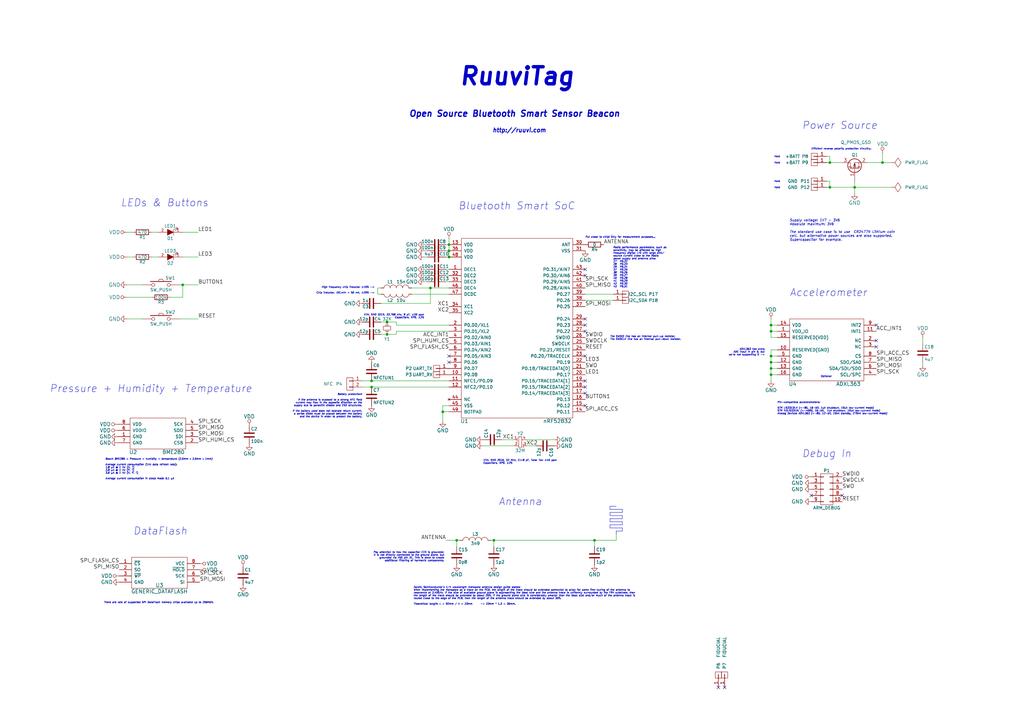
<source format=kicad_sch>
(kicad_sch (version 20230121) (generator eeschema)
  (paper "A3")
  (title_block (title "RuuviTag") (date "2015-11-08") (rev "B1") (company "Ruuvi Innovations Ltd. / Lauri Jämsä / lauri@ruuvi.com") (comment 1 "License: http://creativecommons.org/licenses/by-sa/4.0/"))
  (lib_symbols
    (symbol "4pin_crystal:4PIN_CRYSTAL" (pin_names (offset 1.016))
      (property "Reference" "Y" (at 0 3.81 0))
      (property "Value" "4PIN_CRYSTAL" (at 0 -3.175 0))
      (symbol "4PIN_CRYSTAL_1_1"
        (pin passive line (at -2.54 1.27 0) (length 1.27) (name "~") (number "1"))
        (pin passive line (at -2.54 -1.27 0) (length 1.8034) (name "~") (number "2"))
        (pin passive line (at 2.54 -1.27 180) (length 1.27) (name "~") (number "3"))
        (pin passive line (at 2.54 1.27 180) (length 1.8034) (name "~") (number "4"))
      )
    )
    (symbol "bmxx80:BMXX80" (pin_names (offset 1.016))
      (property "Reference" "U" (at -10.16 -7.62 0))
      (property "Value" "BMXX80" (at 6.35 -7.62 0))
      (symbol "BMXX80_1_1"
        (pin power_in line (at -16.51 -1.27 0) (length 5.08) (name "GND") (number "1"))
        (pin input line (at 16.51 -3.81 180) (length 5.08) (name "CSB") (number "2"))
        (pin bidirectional line (at 16.51 -1.27 180) (length 5.08) (name "SDI") (number "3"))
        (pin input line (at 16.51 3.81 180) (length 5.08) (name "SCK") (number "4"))
        (pin bidirectional line (at 16.51 1.27 180) (length 5.08) (name "SDO") (number "5"))
        (pin power_in line (at -16.51 1.27 0) (length 5.08) (name "VDDIO") (number "6"))
        (pin power_in line (at -16.51 -3.81 0) (length 5.08) (name "GND") (number "7"))
        (pin power_in line (at -16.51 3.81 0) (length 5.08) (name "VDD") (number "8"))
      )
    )
    (symbol "generic_dataflash:GENERIC_DATAFLASH" (pin_names (offset 1.016))
      (property "Reference" "U" (at 0 7.62 0))
      (property "Value" "GENERIC_DATAFLASH" (at 0 -7.62 0))
      (symbol "GENERIC_DATAFLASH_1_1"
        (pin input line (at -16.51 3.81 0) (length 5.08) (name "~{CS}") (number "1"))
        (pin bidirectional line (at -16.51 1.27 0) (length 5.08) (name "SO") (number "2"))
        (pin input line (at -16.51 -1.27 0) (length 5.08) (name "~{WP}") (number "3"))
        (pin power_in line (at -16.51 -3.81 0) (length 5.08) (name "GND") (number "4"))
        (pin bidirectional line (at 16.51 -3.81 180) (length 5.08) (name "SI") (number "5"))
        (pin input line (at 16.51 -1.27 180) (length 5.08) (name "SCK") (number "6"))
        (pin input line (at 16.51 1.27 180) (length 5.08) (name "~{HOLD}") (number "7"))
        (pin power_in line (at 16.51 3.81 180) (length 5.08) (name "VCC") (number "8"))
      )
    )
    (symbol "lis331dlh:LIS331DLH" (pin_names (offset 1.016))
      (property "Reference" "U" (at -13.97 -13.97 0))
      (property "Value" "LIS331DLH" (at 8.89 -13.97 0))
      (symbol "LIS331DLH_1_1"
        (pin power_in line (at -20.32 7.62 0) (length 5.08) (name "VDD_IO") (number "1"))
        (pin passive line (at -20.32 0 0) (length 5.08) (name "RESERVED(GND)") (number "10"))
        (pin passive line (at 20.32 7.62 180) (length 5.08) (name "INT1") (number "11"))
        (pin power_in line (at -20.32 -5.08 0) (length 5.08) (name "GND") (number "12"))
        (pin power_in line (at -20.32 -7.62 0) (length 5.08) (name "GND") (number "13"))
        (pin power_in line (at -20.32 10.16 0) (length 5.08) (name "VDD") (number "14"))
        (pin passive line (at -20.32 5.08 0) (length 5.08) (name "RESERVED(VDD)") (number "15"))
        (pin power_in line (at -20.32 -10.16 0) (length 5.08) (name "GND") (number "16"))
        (pin passive line (at 20.32 3.81 180) (length 5.08) (name "NC") (number "2"))
        (pin passive line (at 20.32 1.27 180) (length 5.08) (name "NC") (number "3"))
        (pin input line (at 20.32 -10.16 180) (length 5.08) (name "SCL/SPC") (number "4"))
        (pin power_in line (at -20.32 -2.54 0) (length 5.08) (name "GND") (number "5"))
        (pin bidirectional line (at 20.32 -7.62 180) (length 5.08) (name "SDA/SDI/SDO") (number "6"))
        (pin bidirectional line (at 20.32 -5.08 180) (length 5.08) (name "SDO/SA0") (number "7"))
        (pin input line (at 20.32 -2.54 180) (length 5.08) (name "CS") (number "8"))
        (pin passive line (at 20.32 10.16 180) (length 5.08) (name "INT2") (number "9"))
      )
    )
    (symbol "nrf52832:nRF52832" (pin_names (offset 1.016))
      (property "Reference" "U" (at -21.59 -39.37 0))
      (property "Value" "nRF52832" (at 16.51 -39.37 0))
      (symbol "nRF52832_1_1"
        (pin passive line (at -27.94 22.86 0) (length 5.08) (name "DEC1") (number "1"))
        (pin bidirectional line (at -27.94 -20.32 0) (length 5.08) (name "P0.08") (number "10"))
        (pin bidirectional line (at -27.94 -22.86 0) (length 5.08) (name "NFC1/P0.09") (number "11"))
        (pin bidirectional line (at -27.94 -25.4 0) (length 5.08) (name "NFC2/P0.10") (number "12"))
        (pin power_in line (at -27.94 33.02 0) (length 5.08) (name "VDD") (number "13"))
        (pin bidirectional line (at 27.94 -35.56 180) (length 5.08) (name "P0.11") (number "14"))
        (pin bidirectional line (at 27.94 -33.02 180) (length 5.08) (name "P0.12") (number "15"))
        (pin bidirectional line (at 27.94 -30.48 180) (length 5.08) (name "P0.13") (number "16"))
        (pin bidirectional line (at 27.94 -27.94 180) (length 5.08) (name "P0.14/TRACEDATA[3]") (number "17"))
        (pin bidirectional line (at 27.94 -25.4 180) (length 5.08) (name "P0.15/TRACEDATA[2]") (number "18"))
        (pin bidirectional line (at 27.94 -22.86 180) (length 5.08) (name "P0.16/TRACEDATA[1]") (number "19"))
        (pin bidirectional line (at -27.94 0 0) (length 5.08) (name "P0.00/XL1") (number "2"))
        (pin bidirectional line (at 27.94 -20.32 180) (length 5.08) (name "P0.17") (number "20"))
        (pin bidirectional line (at 27.94 -17.78 180) (length 5.08) (name "P0.18/TRACEDATA[0]") (number "21"))
        (pin bidirectional line (at 27.94 -15.24 180) (length 5.08) (name "P0.19") (number "22"))
        (pin bidirectional line (at 27.94 -12.7 180) (length 5.08) (name "P0.20/TRACECLK") (number "23"))
        (pin bidirectional line (at 27.94 -10.16 180) (length 5.08) (name "P0.21/RESET") (number "24"))
        (pin input line (at 27.94 -7.62 180) (length 5.08) (name "SWDCLK") (number "25"))
        (pin bidirectional line (at 27.94 -5.08 180) (length 5.08) (name "SWDIO") (number "26"))
        (pin bidirectional line (at 27.94 -2.54 180) (length 5.08) (name "P0.22") (number "27"))
        (pin bidirectional line (at 27.94 0 180) (length 5.08) (name "P0.23") (number "28"))
        (pin bidirectional line (at 27.94 2.54 180) (length 5.08) (name "P0.24") (number "29"))
        (pin bidirectional line (at -27.94 -2.54 0) (length 5.08) (name "P0.01/XL2") (number "3"))
        (pin passive line (at 27.94 33.02 180) (length 5.08) (name "ANT") (number "30"))
        (pin power_in line (at 27.94 30.48 180) (length 5.08) (name "VSS") (number "31"))
        (pin passive line (at -27.94 20.32 0) (length 5.08) (name "DEC2") (number "32"))
        (pin passive line (at -27.94 17.78 0) (length 5.08) (name "DEC3") (number "33"))
        (pin bidirectional line (at -27.94 7.62 0) (length 5.08) (name "XC1") (number "34"))
        (pin bidirectional line (at -27.94 5.08 0) (length 5.08) (name "XC2") (number "35"))
        (pin power_in line (at -27.94 30.48 0) (length 5.08) (name "VDD") (number "36"))
        (pin bidirectional line (at 27.94 7.62 180) (length 5.08) (name "P0.25") (number "37"))
        (pin bidirectional line (at 27.94 10.16 180) (length 5.08) (name "P0.26") (number "38"))
        (pin bidirectional line (at 27.94 12.7 180) (length 5.08) (name "P0.27") (number "39"))
        (pin bidirectional line (at -27.94 -5.08 0) (length 5.08) (name "P0.02/AIN0") (number "4"))
        (pin bidirectional line (at 27.94 15.24 180) (length 5.08) (name "P0.28/AIN4") (number "40"))
        (pin bidirectional line (at 27.94 17.78 180) (length 5.08) (name "P0.29/AIN5") (number "41"))
        (pin bidirectional line (at 27.94 20.32 180) (length 5.08) (name "P0.30/AIN6") (number "42"))
        (pin bidirectional line (at 27.94 22.86 180) (length 5.08) (name "P0.31/AIN7") (number "43"))
        (pin no_connect line (at -27.94 -30.48 0) (length 5.08) (name "NC") (number "44"))
        (pin power_in line (at -27.94 -33.02 0) (length 5.08) (name "VSS") (number "45"))
        (pin passive line (at -27.94 15.24 0) (length 5.08) (name "DEC4") (number "46"))
        (pin passive line (at -27.94 12.7 0) (length 5.08) (name "DCDC") (number "47"))
        (pin power_in line (at -27.94 27.94 0) (length 5.08) (name "VDD") (number "48"))
        (pin passive line (at -27.94 -35.56 0) (length 5.08) (name "BOTPAD") (number "49"))
        (pin bidirectional line (at -27.94 -7.62 0) (length 5.08) (name "P0.03/AIN1") (number "5"))
        (pin bidirectional line (at -27.94 -10.16 0) (length 5.08) (name "P0.04/AIN2") (number "6"))
        (pin bidirectional line (at -27.94 -12.7 0) (length 5.08) (name "P0.05/AIN3") (number "7"))
        (pin bidirectional line (at -27.94 -15.24 0) (length 5.08) (name "P0.06") (number "8"))
        (pin bidirectional line (at -27.94 -17.78 0) (length 5.08) (name "P0.07") (number "9"))
      )
    )
    (symbol "ruuvitag_revb1-rescue:C" (pin_numbers hide) (pin_names (offset 0.254))
      (property "Reference" "C" (at 0.635 2.54 0))
      (property "Value" "C" (at 0.635 -2.54 0))
      (symbol "C_1_1"
        (pin passive line (at 0 3.81 270) (length 2.794) (name "~") (number "1"))
        (pin passive line (at 0 -3.81 90) (length 2.794) (name "~") (number "2"))
      )
    )
    (symbol "ruuvitag_revb1-rescue:CONN_01X01" (pin_names (offset 1.016) hide)
      (property "Reference" "P" (at 0 2.54 0))
      (property "Value" "CONN_01X01" (at 2.54 0 90))
      (symbol "CONN_01X01_1_1"
        (pin passive line (at -5.08 0 0) (length 3.81) (name "P1") (number "1"))
      )
    )
    (symbol "ruuvitag_revb1-rescue:CONN_01X02" (pin_names (offset 1.016) hide)
      (property "Reference" "P" (at 0 3.81 0))
      (property "Value" "CONN_01X02" (at 2.54 0 90))
      (symbol "CONN_01X02_1_1"
        (pin passive line (at -5.08 1.27 0) (length 3.81) (name "P1") (number "1"))
        (pin passive line (at -5.08 -1.27 0) (length 3.81) (name "P2") (number "2"))
      )
    )
    (symbol "ruuvitag_revb1-rescue:CONN_02X05" (pin_names (offset 0.0254) hide)
      (property "Reference" "P" (at 0 7.62 0))
      (property "Value" "CONN_02X05" (at 0 -7.62 0))
      (symbol "CONN_02X05_1_1"
        (pin passive line (at -6.35 5.08 0) (length 3.81) (name "P1") (number "1"))
        (pin passive line (at 6.35 -5.08 180) (length 3.81) (name "P10") (number "10"))
        (pin passive line (at 6.35 5.08 180) (length 3.81) (name "P2") (number "2"))
        (pin passive line (at -6.35 2.54 0) (length 3.81) (name "P3") (number "3"))
        (pin passive line (at 6.35 2.54 180) (length 3.81) (name "P4") (number "4"))
        (pin passive line (at -6.35 0 0) (length 3.81) (name "P5") (number "5"))
        (pin passive line (at 6.35 0 180) (length 3.81) (name "P6") (number "6"))
        (pin passive line (at -6.35 -2.54 0) (length 3.81) (name "P7") (number "7"))
        (pin passive line (at 6.35 -2.54 180) (length 3.81) (name "P8") (number "8"))
        (pin passive line (at -6.35 -5.08 0) (length 3.81) (name "P9") (number "9"))
      )
    )
    (symbol "ruuvitag_revb1-rescue:Crystal_Small" (pin_numbers hide) (pin_names (offset 1.016) hide)
      (property "Reference" "Y" (at 0 2.54 0))
      (property "Value" "Crystal_Small" (at 0 -2.54 0))
      (symbol "Crystal_Small_1_1"
        (pin passive line (at -2.54 0 0) (length 1.27) (name "1") (number "1"))
        (pin passive line (at 2.54 0 180) (length 1.27) (name "2") (number "2"))
      )
    )
    (symbol "ruuvitag_revb1-rescue:GND" (power) (pin_names (offset 0))
      (property "Value" "GND" (at 0 -3.81 0))
      (symbol "GND_1_1"
        (pin power_in line (at 0 0 270) (length 0) hide (name "GND") (number "1"))
      )
    )
    (symbol "ruuvitag_revb1-rescue:INDUCTOR_SMALL" (pin_numbers hide) (pin_names (offset 0) hide)
      (property "Reference" "L" (at 0 2.54 0))
      (property "Value" "INDUCTOR_SMALL" (at 0 -1.27 0))
      (symbol "INDUCTOR_SMALL_1_1"
        (pin input line (at -6.35 0 0) (length 1.27) (name "1") (number "1"))
        (pin input line (at 6.35 0 180) (length 1.27) (name "2") (number "2"))
      )
    )
    (symbol "ruuvitag_revb1-rescue:LED" (pin_names (offset 1.016) hide)
      (property "Reference" "D" (at 0 2.54 0))
      (property "Value" "LED" (at 0 -2.54 0))
      (symbol "LED_1_1"
        (pin passive line (at -5.08 0 0) (length 3.81) (name "K") (number "1"))
        (pin passive line (at 5.08 0 180) (length 3.81) (name "A") (number "2"))
      )
    )
    (symbol "ruuvitag_revb1-rescue:PWR_FLAG" (power) (pin_numbers hide) (pin_names (offset 0) hide)
      (property "Value" "PWR_FLAG" (at 0 4.572 0))
      (symbol "PWR_FLAG_0_0"
        (pin power_out line (at 0 0 90) (length 0) (name "pwr") (number "1"))
      )
    )
    (symbol "ruuvitag_revb1-rescue:Q_PMOS_GSD" (pin_names (offset 0) hide)
      (property "Reference" "Q" (at 7.62 1.27 0))
      (property "Value" "Q_PMOS_GSD" (at 16.51 -1.27 0))
      (symbol "Q_PMOS_GSD_1_1"
        (pin input line (at -5.08 0 0) (length 5.334) (name "G") (number "1"))
        (pin passive line (at 2.54 -5.08 90) (length 2.54) (name "S") (number "2"))
        (pin passive line (at 2.54 5.08 270) (length 2.54) (name "D") (number "3"))
      )
    )
    (symbol "ruuvitag_revb1-rescue:R" (pin_numbers hide) (pin_names (offset 0))
      (property "Reference" "R" (at 2.032 0 90))
      (property "Value" "R" (at 0 0 90))
      (symbol "R_1_1"
        (pin passive line (at 0 3.81 270) (length 1.27) (name "~") (number "1"))
        (pin passive line (at 0 -3.81 90) (length 1.27) (name "~") (number "2"))
      )
    )
    (symbol "ruuvitag_revb1-rescue:SW_PUSH" (pin_numbers hide) (pin_names (offset 1.016) hide)
      (property "Reference" "SW" (at 3.81 2.794 0))
      (property "Value" "SW_PUSH" (at 0 -2.032 0))
      (symbol "SW_PUSH_0_1"
        (pin passive inverted (at -7.62 0 0) (length 5.08) (name "1") (number "1"))
        (pin passive inverted (at 7.62 0 180) (length 5.08) (name "2") (number "2"))
      )
    )
    (symbol "ruuvitag_revb1-rescue:VDD" (power) (pin_names (offset 0))
      (property "Value" "VDD" (at 0 3.81 0))
      (symbol "VDD_1_1"
        (pin power_in line (at 0 0 90) (length 0) hide (name "VDD") (number "1"))
      )
    )
  )
  (junction (at 74.93 116.84))
  (junction (at 316.23 133.35))
  (junction (at 176.53 118.11))
  (junction (at 350.52 76.835))
  (junction (at 158.75 137.16))
  (junction (at 316.23 146.05))
  (junction (at 184.15 102.87))
  (junction (at 243.84 221.615))
  (junction (at 361.95 66.675))
  (junction (at 340.36 66.675))
  (junction (at 316.23 148.59))
  (junction (at 340.36 76.835))
  (junction (at 158.75 132.08))
  (junction (at 152.4 158.75))
  (junction (at 184.15 100.33))
  (junction (at 316.23 153.67))
  (junction (at 316.23 135.89))
  (junction (at 184.15 105.41))
  (junction (at 181.61 168.91))
  (junction (at 187.325 221.615))
  (junction (at 202.565 221.615))
  (junction (at 316.23 151.13))
  (junction (at 152.4 156.21))
  (no_connect (at 240.03 130.81))
  (no_connect (at 240.03 161.29))
  (no_connect (at 240.03 133.35))
  (no_connect (at 184.15 148.59))
  (no_connect (at 240.03 156.21))
  (no_connect (at 240.03 113.03))
  (no_connect (at 240.03 158.75))
  (no_connect (at 332.74 203.2))
  (no_connect (at 240.03 146.05))
  (no_connect (at 359.41 133.35))
  (no_connect (at 297.18 281.94))
  (no_connect (at 359.41 142.24))
  (no_connect (at 294.64 281.94))
  (no_connect (at 359.41 139.7))
  (no_connect (at 184.15 146.05))
  (no_connect (at 240.03 166.37))
  (no_connect (at 240.03 110.49))
  (no_connect (at 345.44 203.2))
  (no_connect (at 240.03 135.89))
  (wire (pts (xy 182.88 115.57) (xy 184.15 115.57)))
  (wire (pts (xy 156.21 118.11) (xy 154.94 118.11)))
  (polyline (pts (xy 255.27 215.265) (xy 255.27 213.995)))
  (wire (pts (xy 73.66 116.84) (xy 74.93 116.84)))
  (wire (pts (xy 62.23 105.41) (xy 64.77 105.41)))
  (wire (pts (xy 81.28 95.25) (xy 74.93 95.25)))
  (wire (pts (xy 355.6 66.675) (xy 361.95 66.675)))
  (wire (pts (xy 251.46 120.65) (xy 240.03 120.65)))
  (wire (pts (xy 181.61 166.37) (xy 181.61 168.91)))
  (polyline (pts (xy 250.19 215.265) (xy 255.27 215.265)))
  (polyline (pts (xy 255.27 217.805) (xy 255.27 216.535)))
  (wire (pts (xy 316.23 146.05) (xy 316.23 148.59)))
  (wire (pts (xy 316.23 138.43) (xy 318.77 138.43)))
  (wire (pts (xy 156.21 132.08) (xy 158.75 132.08)))
  (wire (pts (xy 227.33 180.34) (xy 215.9 180.34)))
  (wire (pts (xy 361.95 62.865) (xy 361.95 66.675)))
  (wire (pts (xy 316.23 151.13) (xy 318.77 151.13)))
  (wire (pts (xy 152.4 158.75) (xy 184.15 158.75)))
  (wire (pts (xy 182.88 221.615) (xy 187.325 221.615)))
  (wire (pts (xy 175.26 105.41) (xy 173.99 105.41)))
  (wire (pts (xy 184.15 100.33) (xy 184.15 102.87)))
  (wire (pts (xy 175.26 113.03) (xy 173.99 113.03)))
  (wire (pts (xy 156.21 137.16) (xy 158.75 137.16)))
  (wire (pts (xy 350.52 74.295) (xy 350.52 76.835)))
  (wire (pts (xy 252.73 221.615) (xy 252.73 219.075)))
  (wire (pts (xy 243.84 224.155) (xy 243.84 221.615)))
  (wire (pts (xy 184.15 97.79) (xy 184.15 100.33)))
  (polyline (pts (xy 250.19 207.645) (xy 252.73 207.645)))
  (wire (pts (xy 182.88 100.33) (xy 184.15 100.33)))
  (wire (pts (xy 182.88 110.49) (xy 184.15 110.49)))
  (wire (pts (xy 154.94 120.65) (xy 156.21 120.65)))
  (wire (pts (xy 316.23 146.05) (xy 318.77 146.05)))
  (wire (pts (xy 52.07 95.25) (xy 54.61 95.25)))
  (wire (pts (xy 74.93 121.92) (xy 69.85 121.92)))
  (wire (pts (xy 340.36 66.675) (xy 345.44 66.675)))
  (polyline (pts (xy 255.27 208.915) (xy 250.19 208.915)))
  (polyline (pts (xy 250.19 212.725) (xy 255.27 212.725)))
  (wire (pts (xy 176.53 124.46) (xy 156.21 124.46)))
  (wire (pts (xy 184.15 166.37) (xy 181.61 166.37)))
  (wire (pts (xy 340.36 64.135) (xy 339.09 64.135)))
  (wire (pts (xy 184.15 102.87) (xy 184.15 105.41)))
  (wire (pts (xy 184.15 105.41) (xy 182.88 105.41)))
  (wire (pts (xy 361.95 66.675) (xy 365.76 66.675)))
  (wire (pts (xy 339.09 76.835) (xy 340.36 76.835)))
  (polyline (pts (xy 255.27 216.535) (xy 250.19 216.535)))
  (wire (pts (xy 316.23 135.89) (xy 316.23 138.43)))
  (wire (pts (xy 74.93 116.84) (xy 81.28 116.84)))
  (wire (pts (xy 316.23 148.59) (xy 318.77 148.59)))
  (polyline (pts (xy 252.73 217.805) (xy 255.27 217.805)))
  (wire (pts (xy 184.15 120.65) (xy 168.91 120.65)))
  (polyline (pts (xy 250.19 216.535) (xy 250.19 215.265)))
  (wire (pts (xy 173.99 115.57) (xy 175.26 115.57)))
  (wire (pts (xy 240.03 123.19) (xy 251.46 123.19)))
  (wire (pts (xy 187.325 221.615) (xy 187.325 224.155)))
  (wire (pts (xy 243.84 221.615) (xy 252.73 221.615)))
  (wire (pts (xy 184.15 113.03) (xy 182.88 113.03)))
  (wire (pts (xy 340.36 76.835) (xy 340.36 74.295)))
  (wire (pts (xy 339.09 66.675) (xy 340.36 66.675)))
  (wire (pts (xy 340.36 66.675) (xy 340.36 64.135)))
  (wire (pts (xy 181.61 168.91) (xy 181.61 172.72)))
  (wire (pts (xy 350.52 76.835) (xy 350.52 79.375)))
  (wire (pts (xy 52.07 121.92) (xy 62.23 121.92)))
  (wire (pts (xy 316.23 143.51) (xy 318.77 143.51)))
  (polyline (pts (xy 255.27 213.995) (xy 250.19 213.995)))
  (wire (pts (xy 152.4 156.21) (xy 184.15 156.21)))
  (wire (pts (xy 181.61 168.91) (xy 184.15 168.91)))
  (wire (pts (xy 168.91 118.11) (xy 176.53 118.11)))
  (wire (pts (xy 158.75 137.16) (xy 162.56 137.16)))
  (wire (pts (xy 316.23 143.51) (xy 316.23 146.05)))
  (wire (pts (xy 340.36 74.295) (xy 339.09 74.295)))
  (wire (pts (xy 219.71 182.88) (xy 215.9 182.88)))
  (wire (pts (xy 52.07 130.81) (xy 58.42 130.81)))
  (polyline (pts (xy 255.27 210.185) (xy 255.27 208.915)))
  (wire (pts (xy 162.56 137.16) (xy 162.56 135.89)))
  (wire (pts (xy 52.07 116.84) (xy 58.42 116.84)))
  (polyline (pts (xy 250.19 213.995) (xy 250.19 212.725)))
  (polyline (pts (xy 252.73 219.075) (xy 252.73 217.805)))
  (wire (pts (xy 184.15 102.87) (xy 182.88 102.87)))
  (wire (pts (xy 173.99 110.49) (xy 175.26 110.49)))
  (wire (pts (xy 316.23 133.35) (xy 316.23 135.89)))
  (wire (pts (xy 202.565 224.155) (xy 202.565 221.615)))
  (wire (pts (xy 378.46 138.43) (xy 378.46 140.97)))
  (wire (pts (xy 316.23 135.89) (xy 318.77 135.89)))
  (wire (pts (xy 316.23 153.67) (xy 318.77 153.67)))
  (wire (pts (xy 175.26 100.33) (xy 173.99 100.33)))
  (wire (pts (xy 201.295 221.615) (xy 202.565 221.615)))
  (wire (pts (xy 162.56 135.89) (xy 184.15 135.89)))
  (wire (pts (xy 202.565 221.615) (xy 243.84 221.615)))
  (wire (pts (xy 187.325 221.615) (xy 188.595 221.615)))
  (wire (pts (xy 73.66 130.81) (xy 81.28 130.81)))
  (wire (pts (xy 340.36 76.835) (xy 350.52 76.835)))
  (polyline (pts (xy 255.27 212.725) (xy 255.27 211.455)))
  (wire (pts (xy 210.82 180.34) (xy 205.74 180.34)))
  (wire (pts (xy 148.59 156.21) (xy 152.4 156.21)))
  (wire (pts (xy 62.23 95.25) (xy 64.77 95.25)))
  (wire (pts (xy 158.75 132.08) (xy 162.56 132.08)))
  (wire (pts (xy 350.52 76.835) (xy 365.76 76.835)))
  (wire (pts (xy 316.23 153.67) (xy 316.23 156.21)))
  (polyline (pts (xy 255.27 211.455) (xy 250.19 211.455)))
  (polyline (pts (xy 250.19 208.915) (xy 250.19 207.645)))
  (wire (pts (xy 162.56 133.35) (xy 184.15 133.35)))
  (wire (pts (xy 316.23 151.13) (xy 316.23 153.67)))
  (wire (pts (xy 176.53 118.11) (xy 184.15 118.11)))
  (wire (pts (xy 148.59 158.75) (xy 152.4 158.75)))
  (wire (pts (xy 74.93 116.84) (xy 74.93 121.92)))
  (wire (pts (xy 316.23 130.81) (xy 316.23 133.35)))
  (wire (pts (xy 316.23 148.59) (xy 316.23 151.13)))
  (wire (pts (xy 52.07 105.41) (xy 54.61 105.41)))
  (polyline (pts (xy 250.19 210.185) (xy 255.27 210.185)))
  (wire (pts (xy 81.28 105.41) (xy 74.93 105.41)))
  (polyline (pts (xy 250.19 211.455) (xy 250.19 210.185)))
  (wire (pts (xy 162.56 132.08) (xy 162.56 133.35)))
  (wire (pts (xy 173.99 102.87) (xy 175.26 102.87)))
  (wire (pts (xy 154.94 118.11) (xy 154.94 120.65)))
  (wire (pts (xy 176.53 118.11) (xy 176.53 124.46)))
  (wire (pts (xy 316.23 133.35) (xy 318.77 133.35)))
  (wire (pts (xy 378.46 149.86) (xy 378.46 148.59)))
  (wire (pts (xy 198.12 182.88) (xy 210.82 182.88)))
  (text "Battery protection!\n\nIf the antenna is exposed to a strong NFC field\ncurrent may flow in the opposite direction on the\nsupply due to parasitic diodes and ESD structures.\n\nIf the battery used does not tolerate return current,\na series diode must be placed between the battery\nand the device in order to protect the battery." (at 148.59 171.45 0) (effects (font (size 0.7112 0.7112) italic) (justify right bottom)))
  (text "High frequency chip inductor ±10% ->\n\nChip inductor, IDC,min = 50 mA, ±20% ->" (at 153.67 120.65 0) (effects (font (size 0.7112 0.7112) italic) (justify right bottom)))
  (text "Optional" (at 336.55 154.94 0) (effects (font (size 0.7112 0.7112) italic) (justify left bottom)))
  (text "Efficient reverse polarity protection circuitry." (at 332.74 61.595 0) (effects (font (size 0.7112 0.7112) italic) (justify left bottom)))
  (text "Hole" (at 320.04 77.47 0) (effects (font (size 0.7112 0.7112) italic) (justify right bottom)))
  (text "Pressure + Humidity + Temperature" (at 20.32 161.29 0) (effects (font (size 2.9972 2.9972) italic) (justify left bottom)))
  (text "Hole" (at 320.04 67.31 0) (effects (font (size 0.7112 0.7112) italic) (justify right bottom)))
  (text "Supply voltage: 1V7 - 3V6\nAbsolute maximum: 3V6\n\nThe standard use case is to use  CR2477N Lithium coin\ncell, but alternative power sources are also supported.\nSupercapacitor for example." (at 323.85 99.06 0) (effects (font (size 0.9906 0.9906) italic) (justify left bottom)))
  (text "Hole" (at 320.04 74.93 0) (effects (font (size 0.7112 0.7112) italic) (justify right bottom)))
  (text "Nordic Semiconductor's 1/4 wavelength monopole antenna design guide states:\nWhen implementing the monopole as a trace on the PCB, the length of the trace should be extended somewhat to allow for some fine-tuning of the antenna to\nresonance at 2.45GHz. If the size of available ground plane is approaching the ideal size and the antenna trace is uniformly surrounded by the FR4 substrate, then\nthe length of the trace should be extended by about 20%. If the ground plane size is considerably smaller than the ideal size and/or much of the antenna trace is\nrouted close to the edge of the PCB, then the length of the antenna trace should be extended by about 30%. \n\nTheoretical length: L = 92mm / 4 = 23mm      -> 23mm * 1.3 = 30mm." (at 169.545 248.285 0) (effects (font (size 0.7112 0.7112) italic) (justify left bottom)))
  (text "Bosch BME280 = Pressure + humidity + temperature (2,5mm x 2.5mm x 1mm)\n\nAverage current consumption (1Hz data refresh rate):\n1.8 μA @ 1 Hz (H, T)\n2.8 μA @ 1 Hz (P, T)\n3.6 μA @ 1 Hz (H, P, T)\n\nAverage current consumption in sleep mode 0.1 μA\n" (at 43.18 196.85 0) (effects (font (size 0.7112 0.7112) italic) (justify left bottom)))
  (text "Power Source" (at 328.93 53.34 0) (effects (font (size 2.9972 2.9972) italic) (justify left bottom)))
  (text "The SWDIO line has an internal pull-up resistor.\nThe SWDCLK line has an internal pull-down resistor." (at 250.19 139.7 0) (effects (font (size 0.7112 0.7112) italic) (justify left bottom)))
  (text "RuuviTag" (at 187.96 35.56 0) (effects (font (size 7.0104 7.0104) (thickness 1.4021) bold italic) (justify left bottom)))
  (text "Bluetooth Smart SoC" (at 187.96 86.36 0) (effects (font (size 2.9972 2.9972) italic) (justify left bottom)))
  (text "LEDs & Buttons" (at 49.53 85.09 0) (effects (font (size 2.9972 2.9972) italic) (justify left bottom)))
  (text "http://ruuvi.com" (at 201.93 54.61 0) (effects (font (size 1.7018 1.7018) (thickness 0.3404) bold italic) (justify left bottom)))
  (text "XTAL SMD 2016, 32 MHz, Cl=8 pF, Total Tol: ±40 ppm\nCapacitors, NP0, ±2%" (at 198.12 190.5 0) (effects (font (size 0.7112 0.7112) italic) (justify left bottom)))
  (text "XTAL SMD 3215, 32.768 kHz, 9 pF, ±20 ppm\nCapacitors, NP0, ±2%" (at 173.99 130.81 0) (effects (font (size 0.7112 0.7112) italic) (justify right bottom)))
  (text "Open Source Bluetooth Smart Sensor Beacon" (at 167.64 48.26 0) (effects (font (size 2.4892 2.4892) (thickness 0.4978) bold italic) (justify left bottom)))
  (text "Hole" (at 320.04 64.77 0) (effects (font (size 0.7112 0.7112) italic) (justify right bottom)))
  (text "DataFlash" (at 54.61 219.71 0) (effects (font (size 2.9972 2.9972) italic) (justify left bottom)))
  (text "Antenna" (at 204.47 207.645 0) (effects (font (size 2.9972 2.9972) italic) (justify left bottom)))
  (text "Put close to chip! Only for measurement purposes..." (at 240.03 97.79 0) (effects (font (size 0.7112 0.7112) italic) (justify left bottom)))
  (text "There are lots of supported SPI DataFlash memory chips available up to 256Mbit." (at 42.545 247.65 0) (effects (font (size 0.7112 0.7112) italic) (justify left bottom)))
  (text "Pin-compatible accelerometers:\n\nSTM LIS331DLH (+-8G, 16-bit, 1uA shutdown, 10uA low-current mode)\nSTM H3LIS331DL (+-400G, 16-bit,  1uA shutdown, 10uA low-current mode)\nAnalog Devices ADXL363 (+-8G, 12-bit, 10nA standby, 270nA low-current mode)" (at 318.77 170.18 0) (effects (font (size 0.7112 0.7112) italic) (justify left bottom)))
  (text "Accelerometer" (at 323.85 121.92 0) (effects (font (size 2.9972 2.9972) italic) (justify left bottom)))
  (text "Pay attention to how the capacitor C15 is grounded.\nIt is not directly connected to the ground plane, but\ngrounded via VSS pin 31. This is done to create\nadditional filtering of harmonic components." (at 182.245 230.505 0) (effects (font (size 0.7112 0.7112) italic) (justify right bottom)))
  (text "Radio performance parameters, such as\nsensitivity, may be affected by high\nfrequency digital I/O with large sink/\nsource current close to the Radio\npower supply and antenna pins:\n27	P0.22\n28	P0.23\n29	P0.24\n37	P0.25\n38	P0.26\n39	P0.27\n40	P0.28\n41	P0.29\n42	P0.30\n43	P0.31" (at 251.46 118.11 0) (effects (font (size 0.7112 0.7112) italic) (justify left bottom)))
  (text "ADXL363 has extra\nADC input in pin 5, but\nwe're not supporting it ->" (at 313.69 146.05 0) (effects (font (size 0.7112 0.7112) italic) (justify right bottom)))
  (text "Debug In" (at 328.93 187.96 0) (effects (font (size 2.9972 2.9972) italic) (justify left bottom)))
  (label "ACC_INT1" (at 359.41 135.89 0) (effects (font (size 1.524 1.524))))
  (label "SPI_MISO" (at 240.03 118.11 0) (effects (font (size 1.524 1.524))))
  (label "SPI_HUMI_CS" (at 81.28 181.61 0) (effects (font (size 1.524 1.524))))
  (label "BUTTON1" (at 81.28 116.84 0) (effects (font (size 1.524 1.524))))
  (label "SPI_MOSI" (at 81.28 179.07 0) (effects (font (size 1.524 1.524))))
  (label "RESET" (at 345.44 205.74 0) (effects (font (size 1.524 1.524))))
  (label "SPI_SCK" (at 359.41 153.67 0) (effects (font (size 1.524 1.524))))
  (label "SPI_MISO" (at 359.41 148.59 0) (effects (font (size 1.524 1.524))))
  (label "SPI_MISO" (at 81.28 176.53 0) (effects (font (size 1.524 1.524))))
  (label "ANTENNA" (at 247.65 100.33 0) (effects (font (size 1.524 1.524))))
  (label "LED3" (at 240.03 148.59 0) (effects (font (size 1.524 1.524))))
  (label "SWO" (at 240.03 151.13 0) (effects (font (size 1.524 1.524))))
  (label "LED1" (at 81.28 95.25 0) (effects (font (size 1.524 1.524))))
  (label "ANTENNA" (at 182.88 221.615 180) (effects (font (size 1.524 1.524))))
  (label "RESET" (at 240.03 143.51 0) (effects (font (size 1.524 1.524))))
  (label "SPI_SCK" (at 81.28 173.99 0) (effects (font (size 1.524 1.524))))
  (label "SPI_SCK" (at 81.915 236.22 0) (effects (font (size 1.524 1.524))))
  (label "SPI_MOSI" (at 81.915 238.76 0) (effects (font (size 1.524 1.524))))
  (label "SPI_HUMI_CS" (at 184.15 140.97 180) (effects (font (size 1.524 1.524))))
  (label "SPI_FLASH_CS" (at 184.15 143.51 180) (effects (font (size 1.524 1.524))))
  (label "XC1" (at 210.82 180.34 180) (effects (font (size 1.524 1.524))))
  (label "XC2" (at 215.9 182.88 0) (effects (font (size 1.524 1.524))))
  (label "SPI_MISO" (at 48.895 233.68 180) (effects (font (size 1.524 1.524))))
  (label "XC1" (at 184.15 125.73 180) (effects (font (size 1.524 1.524))))
  (label "XC2" (at 184.15 128.27 180) (effects (font (size 1.524 1.524))))
  (label "LED1" (at 240.03 153.67 0) (effects (font (size 1.524 1.524))))
  (label "SWDCLK" (at 240.03 140.97 0) (effects (font (size 1.524 1.524))))
  (label "LED3" (at 81.28 105.41 0) (effects (font (size 1.524 1.524))))
  (label "SWO" (at 345.44 200.66 0) (effects (font (size 1.524 1.524))))
  (label "SPI_MOSI" (at 359.41 151.13 0) (effects (font (size 1.524 1.524))))
  (label "SPI_SCK" (at 240.03 115.57 0) (effects (font (size 1.524 1.524))))
  (label "SWDCLK" (at 345.44 198.12 0) (effects (font (size 1.524 1.524))))
  (label "ACC_INT1" (at 184.15 138.43 180) (effects (font (size 1.524 1.524))))
  (label "SPI_MOSI" (at 240.03 125.73 0) (effects (font (size 1.524 1.524))))
  (label "SPI_ACC_CS" (at 359.41 146.05 0) (effects (font (size 1.524 1.524))))
  (label "SPI_ACC_CS" (at 240.03 168.91 0) (effects (font (size 1.524 1.524))))
  (label "SWDIO" (at 345.44 195.58 0) (effects (font (size 1.524 1.524))))
  (label "SWDIO" (at 240.03 138.43 0) (effects (font (size 1.524 1.524))))
  (label "SPI_FLASH_CS" (at 48.895 231.14 180) (effects (font (size 1.524 1.524))))
  (label "BUTTON1" (at 240.03 163.83 0) (effects (font (size 1.524 1.524))))
  (label "RESET" (at 81.28 130.81 0) (effects (font (size 1.524 1.524))))
  (symbol (lib_id "ruuvitag_revb1-rescue:INDUCTOR_SMALL") (at 162.56 120.65 180) (unit 1)
    (property "Reference" "L2" (at 160.02 123.19 0))
    (property "Value" "10u" (at 164.465 123.19 0))
    (property "Footprint" "RuuviTag:0603_GENERAL" (effects hide))
  )
  (symbol (lib_id "ruuvitag_revb1-rescue:INDUCTOR_SMALL") (at 194.945 221.615 0) (unit 1)
    (property "Reference" "L3" (at 194.945 219.075 0))
    (property "Value" "3n9" (at 194.945 222.885 0))
    (property "Footprint" "RuuviTag:0402_GENERAL" (effects hide))
  )
  (symbol (lib_id "generic_dataflash:GENERIC_DATAFLASH") (at 65.405 234.95 0) (unit 1)
    (property "Reference" "U3" (at 65.405 240.03 0) (effects (font (size 1.524 1.524))))
    (property "Value" "GENERIC_DATAFLASH" (at 65.405 242.57 0) (effects (font (size 1.524 1.524))))
    (property "Footprint" "Housings_SOIC:SOIJ-8_5.3x5.3mm_Pitch1.27mm" (effects hide))
  )
  (symbol (lib_id "ruuvitag_revb1-rescue:GND") (at 48.895 238.76 270) (unit 1)
    (property "Reference" "#PWR01" (effects hide))
    (property "Value" "GND" (at 43.815 238.76 90) (effects (font (size 1.524 1.524))))
  )
  (symbol (lib_id "ruuvitag_revb1-rescue:C") (at 99.695 236.22 0) (unit 1)
    (property "Reference" "C1" (at 100.33 233.68 0) (effects (justify left)))
    (property "Value" "4u7" (at 100.33 238.76 0) (effects (justify left)))
    (property "Footprint" "RuuviTag:0603_GENERAL" (effects hide))
  )
  (symbol (lib_id "ruuvitag_revb1-rescue:GND") (at 99.695 240.03 0) (unit 1)
    (property "Reference" "#PWR02" (effects hide))
    (property "Value" "GND" (at 99.695 243.84 0) (effects (font (size 1.524 1.524))))
  )
  (symbol (lib_id "ruuvitag_revb1-rescue:LED") (at 69.85 95.25 180) (unit 1)
    (property "Reference" "D1" (at 69.85 97.79 0))
    (property "Value" "LED1" (at 69.85 92.71 0))
    (property "Footprint" "RuuviTag:0402_LED" (effects hide))
  )
  (symbol (lib_id "ruuvitag_revb1-rescue:R") (at 58.42 95.25 270) (unit 1)
    (property "Reference" "R1" (at 58.42 97.282 90))
    (property "Value" "470" (at 58.42 95.25 90))
    (property "Footprint" "RuuviTag:0402_GENERAL" (effects hide))
  )
  (symbol (lib_id "ruuvitag_revb1-rescue:C") (at 378.46 144.78 0) (unit 1)
    (property "Reference" "C18" (at 379.095 142.24 0) (effects (justify left)))
    (property "Value" "4u7" (at 379.095 147.32 0) (effects (justify left)))
    (property "Footprint" "RuuviTag:0603_GENERAL" (effects hide))
  )
  (symbol (lib_id "ruuvitag_revb1-rescue:GND") (at 378.46 149.86 0) (unit 1)
    (property "Reference" "#PWR03" (effects hide))
    (property "Value" "GND" (at 378.46 153.67 0) (effects (font (size 1.524 1.524))))
  )
  (symbol (lib_id "ruuvitag_revb1-rescue:VDD") (at 378.46 138.43 0) (unit 1)
    (property "Reference" "#PWR04" (effects hide))
    (property "Value" "VDD" (at 378.46 134.62 0) (effects (font (size 1.524 1.524))))
  )
  (symbol (lib_id "ruuvitag_revb1-rescue:VDD") (at 48.895 236.22 90) (unit 1)
    (property "Reference" "#PWR05" (effects hide))
    (property "Value" "VDD" (at 43.815 236.22 90) (effects (font (size 1.524 1.524))))
  )
  (symbol (lib_id "ruuvitag_revb1-rescue:VDD") (at 99.695 232.41 0) (unit 1)
    (property "Reference" "#PWR06" (effects hide))
    (property "Value" "VDD" (at 99.695 228.6 0) (effects (font (size 1.524 1.524))))
  )
  (symbol (lib_id "lis331dlh:LIS331DLH") (at 339.09 143.51 0) (unit 1)
    (property "Reference" "U4" (at 325.12 157.48 0) (effects (font (size 1.524 1.524))))
    (property "Value" "ADXL363" (at 347.98 157.48 0) (effects (font (size 1.524 1.524))))
    (property "Footprint" "RuuviTag:LGA16_3X3MM" (effects hide))
  )
  (symbol (lib_id "ruuvitag_revb1-rescue:VDD") (at 316.23 130.81 0) (unit 1)
    (property "Reference" "#PWR07" (effects hide))
    (property "Value" "VDD" (at 316.23 127 0) (effects (font (size 1.524 1.524))))
  )
  (symbol (lib_id "ruuvitag_revb1-rescue:GND") (at 316.23 156.21 0) (unit 1)
    (property "Reference" "#PWR08" (effects hide))
    (property "Value" "GND" (at 316.23 160.02 0) (effects (font (size 1.524 1.524))))
  )
  (symbol (lib_id "ruuvitag_revb1-rescue:CONN_01X01") (at 334.01 66.675 180) (unit 1)
    (property "Reference" "P9" (at 330.2 66.675 0))
    (property "Value" "+BATT" (at 325.12 66.675 0))
    (property "Footprint" "RuuviTag:09MM_PLATED_HOLE" (effects hide))
  )
  (symbol (lib_id "ruuvitag_revb1-rescue:CONN_01X01") (at 334.01 76.835 180) (unit 1)
    (property "Reference" "P12" (at 330.2 76.835 0))
    (property "Value" "GND" (at 325.12 76.835 0))
    (property "Footprint" "RuuviTag:09MM_PLATED_HOLE" (effects hide))
  )
  (symbol (lib_id "ruuvitag_revb1-rescue:VDD") (at 361.95 62.865 0) (unit 1)
    (property "Reference" "#PWR09" (effects hide))
    (property "Value" "VDD" (at 361.95 59.055 0) (effects (font (size 1.524 1.524))))
  )
  (symbol (lib_id "ruuvitag_revb1-rescue:CONN_01X01") (at 334.01 64.135 180) (unit 1)
    (property "Reference" "P8" (at 330.2 64.135 0))
    (property "Value" "+BATT" (at 325.12 64.135 0))
    (property "Footprint" "RuuviTag:09MM_PLATED_HOLE" (effects hide))
  )
  (symbol (lib_id "ruuvitag_revb1-rescue:CONN_01X01") (at 334.01 74.295 180) (unit 1)
    (property "Reference" "P11" (at 330.2 74.295 0))
    (property "Value" "GND" (at 325.12 74.295 0))
    (property "Footprint" "RuuviTag:09MM_PLATED_HOLE" (effects hide))
  )
  (symbol (lib_id "4pin_crystal:4PIN_CRYSTAL") (at 213.36 181.61 0) (unit 1)
    (property "Reference" "Y2" (at 213.36 177.8 0))
    (property "Value" "32M" (at 213.36 184.785 0))
    (property "Footprint" "RuuviTag:32X25MM_4PIN_CRYSTAL" (effects hide))
  )
  (symbol (lib_id "ruuvitag_revb1-rescue:C") (at 187.325 227.965 0) (unit 1)
    (property "Reference" "C15" (at 187.96 225.425 0) (effects (justify left)))
    (property "Value" "0p8" (at 187.96 230.505 0) (effects (justify left)))
    (property "Footprint" "RuuviTag:0402_GENERAL" (effects hide))
  )
  (symbol (lib_id "ruuvitag_revb1-rescue:CONN_01X01") (at 294.64 276.86 90) (unit 1)
    (property "Reference" "P6" (at 294.64 273.05 0))
    (property "Value" "FIDUCIAL" (at 294.64 265.43 0))
    (property "Footprint" "RuuviTag:FIDUCIAL_1MM" (effects hide))
  )
  (symbol (lib_id "ruuvitag_revb1-rescue:CONN_01X01") (at 297.18 276.86 90) (unit 1)
    (property "Reference" "P7" (at 297.18 273.05 0))
    (property "Value" "FIDUCIAL" (at 297.18 265.43 0))
    (property "Footprint" "RuuviTag:FIDUCIAL_1MM" (effects hide))
  )
  (symbol (lib_id "nrf52832:nRF52832") (at 212.09 133.35 0) (unit 1)
    (property "Reference" "U1" (at 190.5 172.72 0) (effects (font (size 1.524 1.524))))
    (property "Value" "nRF52832" (at 228.6 172.72 0) (effects (font (size 1.524 1.524))))
    (property "Footprint" "RuuviTag:QFN-48_6X6MM_BOTPAD" (effects hide))
  )
  (symbol (lib_id "ruuvitag_revb1-rescue:Crystal_Small") (at 158.75 134.62 270) (unit 1)
    (property "Reference" "Y1" (at 158.75 139.065 90))
    (property "Value" "32K" (at 158.75 130.81 90))
    (property "Footprint" "RuuviTag:32X15MM_2PIN_CRYSTAL" (effects hide))
  )
  (symbol (lib_id "ruuvitag_revb1-rescue:GND") (at 181.61 172.72 0) (unit 1)
    (property "Reference" "#PWR010" (effects hide))
    (property "Value" "GND" (at 181.61 176.53 0) (effects (font (size 1.524 1.524))))
  )
  (symbol (lib_id "ruuvitag_revb1-rescue:VDD") (at 184.15 97.79 0) (unit 1)
    (property "Reference" "#PWR011" (effects hide))
    (property "Value" "VDD" (at 184.15 93.98 0) (effects (font (size 1.524 1.524))))
  )
  (symbol (lib_id "ruuvitag_revb1-rescue:C") (at 179.07 110.49 90) (unit 1)
    (property "Reference" "C11" (at 184.15 109.22 90) (effects (justify left)))
    (property "Value" "100n" (at 177.8 109.22 90) (effects (justify left)))
    (property "Footprint" "RuuviTag:0402_GENERAL" (effects hide))
  )
  (symbol (lib_id "ruuvitag_revb1-rescue:GND") (at 173.99 110.49 270) (unit 1)
    (property "Reference" "#PWR012" (effects hide))
    (property "Value" "GND" (at 168.91 110.49 90) (effects (font (size 1.524 1.524))))
  )
  (symbol (lib_id "ruuvitag_revb1-rescue:C") (at 179.07 113.03 90) (unit 1)
    (property "Reference" "C12" (at 184.15 111.76 90) (effects (justify left)))
    (property "Value" "100p" (at 177.8 111.76 90) (effects (justify left)))
    (property "Footprint" "RuuviTag:0402_GENERAL" (effects hide))
  )
  (symbol (lib_id "ruuvitag_revb1-rescue:C") (at 179.07 115.57 90) (unit 1)
    (property "Reference" "C13" (at 184.15 114.3 90) (effects (justify left)))
    (property "Value" "100p" (at 177.8 114.3 90) (effects (justify left)))
    (property "Footprint" "RuuviTag:0402_GENERAL" (effects hide))
  )
  (symbol (lib_id "ruuvitag_revb1-rescue:C") (at 152.4 124.46 270) (unit 1)
    (property "Reference" "C3" (at 148.59 125.73 90) (effects (justify left)))
    (property "Value" "1u" (at 148.59 123.19 90) (effects (justify left)))
    (property "Footprint" "RuuviTag:0402_GENERAL" (effects hide))
  )
  (symbol (lib_id "ruuvitag_revb1-rescue:C") (at 179.07 100.33 90) (unit 1)
    (property "Reference" "C8" (at 182.88 99.06 90) (effects (justify left)))
    (property "Value" "100n" (at 177.8 99.06 90) (effects (justify left)))
    (property "Footprint" "RuuviTag:0402_GENERAL" (effects hide))
  )
  (symbol (lib_id "ruuvitag_revb1-rescue:C") (at 179.07 102.87 90) (unit 1)
    (property "Reference" "C9" (at 182.88 101.6 90) (effects (justify left)))
    (property "Value" "100n" (at 177.8 101.6 90) (effects (justify left)))
    (property "Footprint" "RuuviTag:0402_GENERAL" (effects hide))
  )
  (symbol (lib_id "ruuvitag_revb1-rescue:C") (at 179.07 105.41 90) (unit 1)
    (property "Reference" "C10" (at 184.15 104.14 90) (effects (justify left)))
    (property "Value" "4u7" (at 177.8 104.14 90) (effects (justify left)))
    (property "Footprint" "RuuviTag:0603_GENERAL" (effects hide))
  )
  (symbol (lib_id "ruuvitag_revb1-rescue:GND") (at 173.99 113.03 270) (unit 1)
    (property "Reference" "#PWR013" (effects hide))
    (property "Value" "GND" (at 168.91 113.03 90) (effects (font (size 1.524 1.524))))
  )
  (symbol (lib_id "ruuvitag_revb1-rescue:GND") (at 173.99 115.57 270) (unit 1)
    (property "Reference" "#PWR014" (effects hide))
    (property "Value" "GND" (at 168.91 115.57 90) (effects (font (size 1.524 1.524))))
  )
  (symbol (lib_id "ruuvitag_revb1-rescue:INDUCTOR_SMALL") (at 162.56 118.11 0) (unit 1)
    (property "Reference" "L1" (at 160.02 115.57 0))
    (property "Value" "15n" (at 164.465 115.57 0))
    (property "Footprint" "RuuviTag:0402_GENERAL" (effects hide))
  )
  (symbol (lib_id "ruuvitag_revb1-rescue:GND") (at 148.59 124.46 270) (unit 1)
    (property "Reference" "#PWR015" (effects hide))
    (property "Value" "GND" (at 143.51 124.46 90) (effects (font (size 1.524 1.524))))
  )
  (symbol (lib_id "ruuvitag_revb1-rescue:GND") (at 173.99 100.33 270) (unit 1)
    (property "Reference" "#PWR016" (effects hide))
    (property "Value" "GND" (at 168.91 100.33 90) (effects (font (size 1.524 1.524))))
  )
  (symbol (lib_id "ruuvitag_revb1-rescue:GND") (at 173.99 102.87 270) (unit 1)
    (property "Reference" "#PWR017" (effects hide))
    (property "Value" "GND" (at 168.91 102.87 90) (effects (font (size 1.524 1.524))))
  )
  (symbol (lib_id "ruuvitag_revb1-rescue:GND") (at 173.99 105.41 270) (unit 1)
    (property "Reference" "#PWR018" (effects hide))
    (property "Value" "GND" (at 168.91 105.41 90) (effects (font (size 1.524 1.524))))
  )
  (symbol (lib_id "ruuvitag_revb1-rescue:C") (at 152.4 132.08 90) (unit 1)
    (property "Reference" "C4" (at 156.21 130.81 90) (effects (justify left)))
    (property "Value" "12p" (at 151.13 130.81 90) (effects (justify left)))
    (property "Footprint" "RuuviTag:0402_GENERAL" (effects hide))
  )
  (symbol (lib_id "ruuvitag_revb1-rescue:C") (at 152.4 137.16 90) (unit 1)
    (property "Reference" "C5" (at 156.21 135.89 90) (effects (justify left)))
    (property "Value" "12p" (at 151.13 135.89 90) (effects (justify left)))
    (property "Footprint" "RuuviTag:0402_GENERAL" (effects hide))
  )
  (symbol (lib_id "ruuvitag_revb1-rescue:GND") (at 148.59 137.16 270) (unit 1)
    (property "Reference" "#PWR019" (effects hide))
    (property "Value" "GND" (at 143.51 137.16 90) (effects (font (size 1.524 1.524))))
  )
  (symbol (lib_id "ruuvitag_revb1-rescue:GND") (at 148.59 132.08 270) (unit 1)
    (property "Reference" "#PWR020" (effects hide))
    (property "Value" "GND" (at 143.51 132.08 90) (effects (font (size 1.524 1.524))))
  )
  (symbol (lib_id "ruuvitag_revb1-rescue:C") (at 223.52 182.88 270) (unit 1)
    (property "Reference" "C16" (at 226.06 183.515 0) (effects (justify left)))
    (property "Value" "12p" (at 220.98 183.515 0) (effects (justify left)))
    (property "Footprint" "RuuviTag:0402_GENERAL" (effects hide))
  )
  (symbol (lib_id "ruuvitag_revb1-rescue:C") (at 201.93 180.34 90) (unit 1)
    (property "Reference" "C14" (at 199.39 179.705 0) (effects (justify left)))
    (property "Value" "12p" (at 204.47 179.705 0) (effects (justify left)))
    (property "Footprint" "RuuviTag:0402_GENERAL" (effects hide))
  )
  (symbol (lib_id "ruuvitag_revb1-rescue:GND") (at 227.33 180.34 90) (unit 1)
    (property "Reference" "#PWR021" (effects hide))
    (property "Value" "GND" (at 232.41 180.34 90) (effects (font (size 1.524 1.524))))
  )
  (symbol (lib_id "ruuvitag_revb1-rescue:GND") (at 227.33 182.88 90) (unit 1)
    (property "Reference" "#PWR022" (effects hide))
    (property "Value" "GND" (at 232.41 182.88 90) (effects (font (size 1.524 1.524))))
  )
  (symbol (lib_id "ruuvitag_revb1-rescue:GND") (at 198.12 182.88 270) (unit 1)
    (property "Reference" "#PWR023" (effects hide))
    (property "Value" "GND" (at 193.04 182.88 90) (effects (font (size 1.524 1.524))))
  )
  (symbol (lib_id "ruuvitag_revb1-rescue:GND") (at 198.12 180.34 270) (unit 1)
    (property "Reference" "#PWR024" (effects hide))
    (property "Value" "GND" (at 193.04 180.34 90) (effects (font (size 1.524 1.524))))
  )
  (symbol (lib_id "ruuvitag_revb1-rescue:C") (at 152.4 152.4 0) (unit 1)
    (property "Reference" "C6" (at 153.035 149.86 0) (effects (justify left)))
    (property "Value" "NFCTUN1" (at 153.035 154.94 0) (effects (justify left)))
    (property "Footprint" "RuuviTag:0402_GENERAL" (effects hide))
  )
  (symbol (lib_id "ruuvitag_revb1-rescue:C") (at 152.4 162.56 0) (unit 1)
    (property "Reference" "C7" (at 153.035 160.02 0) (effects (justify left)))
    (property "Value" "NFCTUN2" (at 153.035 165.1 0) (effects (justify left)))
    (property "Footprint" "RuuviTag:0402_GENERAL" (effects hide))
  )
  (symbol (lib_id "ruuvitag_revb1-rescue:GND") (at 152.4 166.37 0) (unit 1)
    (property "Reference" "#PWR025" (effects hide))
    (property "Value" "GND" (at 152.4 170.18 0) (effects (font (size 1.524 1.524))))
  )
  (symbol (lib_id "ruuvitag_revb1-rescue:GND") (at 152.4 148.59 180) (unit 1)
    (property "Reference" "#PWR026" (effects hide))
    (property "Value" "GND" (at 152.4 144.78 0) (effects (font (size 1.524 1.524))))
  )
  (symbol (lib_id "ruuvitag_revb1-rescue:R") (at 243.84 100.33 270) (unit 1)
    (property "Reference" "R4" (at 243.84 102.362 90))
    (property "Value" "0" (at 243.84 100.33 90))
    (property "Footprint" "RuuviTag:0603_GENERAL" (effects hide))
  )
  (symbol (lib_id "ruuvitag_revb1-rescue:GND") (at 240.03 102.87 0) (unit 1)
    (property "Reference" "#PWR027" (effects hide))
    (property "Value" "GND" (at 240.03 106.68 0) (effects (font (size 1.524 1.524))))
  )
  (symbol (lib_id "ruuvitag_revb1-rescue:GND") (at 187.325 231.775 0) (unit 1)
    (property "Reference" "#PWR028" (effects hide))
    (property "Value" "GND" (at 187.325 235.585 0) (effects (font (size 1.524 1.524))))
  )
  (symbol (lib_id "ruuvitag_revb1-rescue:GND") (at 350.52 79.375 0) (unit 1)
    (property "Reference" "#PWR029" (effects hide))
    (property "Value" "GND" (at 350.52 83.185 0) (effects (font (size 1.524 1.524))))
  )
  (symbol (lib_id "bmxx80:BMXX80") (at 64.77 177.8 0) (unit 1)
    (property "Reference" "U2" (at 54.61 185.42 0) (effects (font (size 1.524 1.524))))
    (property "Value" "BME280" (at 71.12 185.42 0) (effects (font (size 1.524 1.524))))
    (property "Footprint" "RuuviTag:BME280" (effects hide))
  )
  (symbol (lib_id "ruuvitag_revb1-rescue:VDD") (at 48.26 173.99 90) (unit 1)
    (property "Reference" "#PWR030" (effects hide))
    (property "Value" "VDD" (at 43.18 173.99 90) (effects (font (size 1.524 1.524))))
  )
  (symbol (lib_id "ruuvitag_revb1-rescue:VDD") (at 48.26 176.53 90) (unit 1)
    (property "Reference" "#PWR031" (effects hide))
    (property "Value" "VDD" (at 43.18 176.53 90) (effects (font (size 1.524 1.524))))
  )
  (symbol (lib_id "ruuvitag_revb1-rescue:GND") (at 48.26 181.61 270) (unit 1)
    (property "Reference" "#PWR032" (effects hide))
    (property "Value" "GND" (at 43.18 181.61 90) (effects (font (size 1.524 1.524))))
  )
  (symbol (lib_id "ruuvitag_revb1-rescue:GND") (at 48.26 179.07 270) (unit 1)
    (property "Reference" "#PWR033" (effects hide))
    (property "Value" "GND" (at 43.18 179.07 90) (effects (font (size 1.524 1.524))))
  )
  (symbol (lib_id "ruuvitag_revb1-rescue:VDD") (at 81.915 231.14 270) (unit 1)
    (property "Reference" "#PWR034" (effects hide))
    (property "Value" "VDD" (at 86.995 231.14 90) (effects (font (size 1.524 1.524))))
  )
  (symbol (lib_id "ruuvitag_revb1-rescue:VDD") (at 81.915 233.68 270) (unit 1)
    (property "Reference" "#PWR035" (effects hide))
    (property "Value" "VDD" (at 86.995 233.68 90) (effects (font (size 1.524 1.524))))
  )
  (symbol (lib_id "ruuvitag_revb1-rescue:C") (at 102.235 178.435 0) (unit 1)
    (property "Reference" "C2" (at 102.87 175.895 0) (effects (justify left)))
    (property "Value" "100n" (at 102.87 180.975 0) (effects (justify left)))
    (property "Footprint" "RuuviTag:0402_GENERAL" (effects hide))
  )
  (symbol (lib_id "ruuvitag_revb1-rescue:GND") (at 102.235 182.245 0) (unit 1)
    (property "Reference" "#PWR036" (effects hide))
    (property "Value" "GND" (at 102.235 186.055 0) (effects (font (size 1.524 1.524))))
  )
  (symbol (lib_id "ruuvitag_revb1-rescue:VDD") (at 102.235 174.625 0) (unit 1)
    (property "Reference" "#PWR037" (effects hide))
    (property "Value" "VDD" (at 102.235 170.815 0) (effects (font (size 1.524 1.524))))
  )
  (symbol (lib_id "ruuvitag_revb1-rescue:LED") (at 69.85 105.41 180) (unit 1)
    (property "Reference" "D2" (at 69.85 107.95 0))
    (property "Value" "LED3" (at 69.85 102.87 0))
    (property "Footprint" "RuuviTag:0402_LED" (effects hide))
  )
  (symbol (lib_id "ruuvitag_revb1-rescue:R") (at 58.42 105.41 270) (unit 1)
    (property "Reference" "R2" (at 58.42 107.442 90))
    (property "Value" "470" (at 58.42 105.41 90))
    (property "Footprint" "RuuviTag:0402_GENERAL" (effects hide))
  )
  (symbol (lib_id "ruuvitag_revb1-rescue:CONN_02X05") (at 339.09 200.66 0) (unit 1)
    (property "Reference" "P1" (at 339.09 193.04 0))
    (property "Value" "ARM_DEBUG" (at 339.09 208.28 0))
    (property "Footprint" "RuuviTag:ARM_DEBUG_CONNECTOR_10PIN_ALSO_SMD" (effects hide))
  )
  (symbol (lib_id "ruuvitag_revb1-rescue:VDD") (at 332.74 195.58 90) (unit 1)
    (property "Reference" "#PWR038" (effects hide))
    (property "Value" "VDD" (at 327.025 195.58 90) (effects (font (size 1.524 1.524))))
  )
  (symbol (lib_id "ruuvitag_revb1-rescue:GND") (at 332.74 205.74 270) (unit 1)
    (property "Reference" "#PWR039" (effects hide))
    (property "Value" "GND" (at 327.025 205.74 90) (effects (font (size 1.524 1.524))))
  )
  (symbol (lib_id "ruuvitag_revb1-rescue:GND") (at 332.74 200.66 270) (unit 1)
    (property "Reference" "#PWR040" (effects hide))
    (property "Value" "GND" (at 327.025 200.66 90) (effects (font (size 1.524 1.524))))
  )
  (symbol (lib_id "ruuvitag_revb1-rescue:GND") (at 332.74 198.12 270) (unit 1)
    (property "Reference" "#PWR041" (effects hide))
    (property "Value" "GND" (at 327.025 198.12 90) (effects (font (size 1.524 1.524))))
  )
  (symbol (lib_id "ruuvitag_revb1-rescue:SW_PUSH") (at 66.04 116.84 0) (unit 1)
    (property "Reference" "SW1" (at 69.85 114.046 0))
    (property "Value" "SW_PUSH" (at 66.04 118.872 0))
    (property "Footprint" "Buttons_Switches_SMD:SW_SPST_EVQP2" (effects hide))
  )
  (symbol (lib_id "ruuvitag_revb1-rescue:R") (at 66.04 121.92 270) (unit 1)
    (property "Reference" "R3" (at 66.04 123.952 90))
    (property "Value" "100k" (at 66.04 121.92 90))
    (property "Footprint" "RuuviTag:0402_GENERAL" (effects hide))
  )
  (symbol (lib_id "ruuvitag_revb1-rescue:GND") (at 52.07 116.84 270) (unit 1)
    (property "Reference" "#PWR042" (effects hide))
    (property "Value" "GND" (at 46.99 116.84 90) (effects (font (size 1.524 1.524))))
  )
  (symbol (lib_id "ruuvitag_revb1-rescue:VDD") (at 52.07 121.92 90) (unit 1)
    (property "Reference" "#PWR043" (effects hide))
    (property "Value" "VDD" (at 46.99 121.92 90) (effects (font (size 1.524 1.524))))
  )
  (symbol (lib_id "ruuvitag_revb1-rescue:CONN_01X01") (at 179.07 151.13 180) (unit 1)
    (property "Reference" "P2" (at 167.64 151.13 0))
    (property "Value" "UART_TX" (at 173.355 151.13 0))
    (property "Footprint" "RuuviTag:FIDUCIAL_1MM" (effects hide))
  )
  (symbol (lib_id "ruuvitag_revb1-rescue:CONN_01X01") (at 179.07 153.67 180) (unit 1)
    (property "Reference" "P3" (at 167.64 153.67 0))
    (property "Value" "UART_RX" (at 173.355 153.67 0))
    (property "Footprint" "RuuviTag:FIDUCIAL_1MM" (effects hide))
  )
  (symbol (lib_id "ruuvitag_revb1-rescue:C") (at 202.565 227.965 0) (unit 1)
    (property "Reference" "C17" (at 203.2 225.425 0) (effects (justify left)))
    (property "Value" "1p2" (at 203.2 230.505 0) (effects (justify left)))
    (property "Footprint" "RuuviTag:0402_GENERAL" (effects hide))
  )
  (symbol (lib_id "ruuvitag_revb1-rescue:GND") (at 202.565 231.775 0) (unit 1)
    (property "Reference" "#PWR044" (effects hide))
    (property "Value" "GND" (at 202.565 235.585 0) (effects (font (size 1.524 1.524))))
  )
  (symbol (lib_id "ruuvitag_revb1-rescue:PWR_FLAG") (at 365.76 66.675 270) (unit 1)
    (property "Reference" "#FLG045" (effects hide))
    (property "Value" "PWR_FLAG" (at 375.92 66.675 90))
  )
  (symbol (lib_id "ruuvitag_revb1-rescue:PWR_FLAG") (at 365.76 76.835 270) (unit 1)
    (property "Reference" "#FLG046" (effects hide))
    (property "Value" "PWR_FLAG" (at 375.92 76.835 90))
  )
  (symbol (lib_id "ruuvitag_revb1-rescue:VDD") (at 52.07 105.41 90) (unit 1)
    (property "Reference" "#PWR047" (effects hide))
    (property "Value" "VDD" (at 46.99 105.41 90) (effects (font (size 1.524 1.524))))
  )
  (symbol (lib_id "ruuvitag_revb1-rescue:VDD") (at 52.07 95.25 90) (unit 1)
    (property "Reference" "#PWR048" (effects hide))
    (property "Value" "VDD" (at 46.99 95.25 90) (effects (font (size 1.524 1.524))))
  )
  (symbol (lib_id "ruuvitag_revb1-rescue:SW_PUSH") (at 66.04 130.81 0) (unit 1)
    (property "Reference" "SW2" (at 69.85 128.016 0))
    (property "Value" "SW_PUSH" (at 66.04 132.842 0))
    (property "Footprint" "Buttons_Switches_SMD:SW_SPST_EVQP2" (effects hide))
  )
  (symbol (lib_id "ruuvitag_revb1-rescue:GND") (at 52.07 130.81 270) (unit 1)
    (property "Reference" "#PWR049" (effects hide))
    (property "Value" "GND" (at 46.99 130.81 90) (effects (font (size 1.524 1.524))))
  )
  (symbol (lib_id "ruuvitag_revb1-rescue:CONN_01X01") (at 256.54 120.65 0) (unit 1)
    (property "Reference" "P17" (at 267.97 120.65 0))
    (property "Value" "I2C_SCL" (at 261.62 120.65 0))
    (property "Footprint" "RuuviTag:FIDUCIAL_1MM" (effects hide))
  )
  (symbol (lib_id "ruuvitag_revb1-rescue:CONN_01X01") (at 256.54 123.19 0) (unit 1)
    (property "Reference" "P18" (at 267.97 123.19 0))
    (property "Value" "I2C_SDA" (at 261.62 123.19 0))
    (property "Footprint" "RuuviTag:FIDUCIAL_1MM" (effects hide))
  )
  (symbol (lib_id "ruuvitag_revb1-rescue:C") (at 243.84 227.965 0) (unit 1)
    (property "Reference" "C19" (at 244.475 225.425 0) (effects (justify left)))
    (property "Value" "1p2" (at 244.475 230.505 0) (effects (justify left)))
    (property "Footprint" "RuuviTag:0402_GENERAL" (effects hide))
  )
  (symbol (lib_id "ruuvitag_revb1-rescue:GND") (at 243.84 231.775 0) (unit 1)
    (property "Reference" "#PWR050" (effects hide))
    (property "Value" "GND" (at 243.84 235.585 0) (effects (font (size 1.524 1.524))))
  )
  (symbol (lib_id "ruuvitag_revb1-rescue:CONN_01X02") (at 143.51 157.48 0) (mirror y) (unit 1)
    (property "Reference" "P4" (at 139.065 157.48 0))
    (property "Value" "NFC" (at 134.62 157.48 0))
    (property "Footprint" "RuuviTag:2PIN_2MM_PITCH_SMD_PIN_STRIP" (effects hide))
  )
  (symbol (lib_id "ruuvitag_revb1-rescue:Q_PMOS_GSD") (at 350.52 69.215 90) (unit 1)
    (property "Reference" "Q1" (at 349.25 63.5 90) (effects (justify right)))
    (property "Value" "Q_PMOS_GSD" (at 344.805 58.42 90) (effects (justify right)))
    (property "Footprint" "Housings_SOT-23_SOT-143_TSOT-6:SOT-23" (effects hide))
  )
)
</source>
